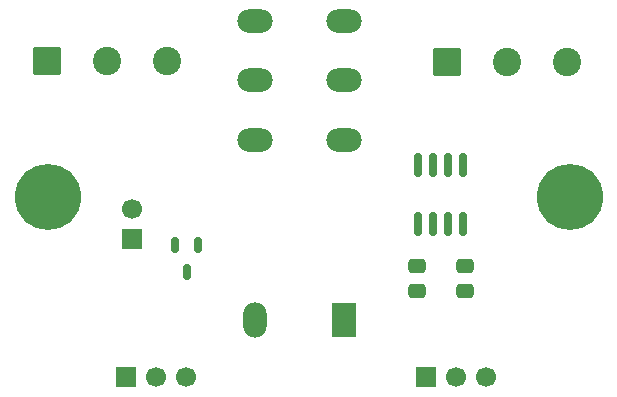
<source format=gbr>
%TF.GenerationSoftware,KiCad,Pcbnew,9.0.3*%
%TF.CreationDate,2025-12-07T20:19:00-06:00*%
%TF.ProjectId,AmmeterRelays,416d6d65-7465-4725-9265-6c6179732e6b,rev?*%
%TF.SameCoordinates,Original*%
%TF.FileFunction,Soldermask,Top*%
%TF.FilePolarity,Negative*%
%FSLAX46Y46*%
G04 Gerber Fmt 4.6, Leading zero omitted, Abs format (unit mm)*
G04 Created by KiCad (PCBNEW 9.0.3) date 2025-12-07 20:19:00*
%MOMM*%
%LPD*%
G01*
G04 APERTURE LIST*
G04 Aperture macros list*
%AMRoundRect*
0 Rectangle with rounded corners*
0 $1 Rounding radius*
0 $2 $3 $4 $5 $6 $7 $8 $9 X,Y pos of 4 corners*
0 Add a 4 corners polygon primitive as box body*
4,1,4,$2,$3,$4,$5,$6,$7,$8,$9,$2,$3,0*
0 Add four circle primitives for the rounded corners*
1,1,$1+$1,$2,$3*
1,1,$1+$1,$4,$5*
1,1,$1+$1,$6,$7*
1,1,$1+$1,$8,$9*
0 Add four rect primitives between the rounded corners*
20,1,$1+$1,$2,$3,$4,$5,0*
20,1,$1+$1,$4,$5,$6,$7,0*
20,1,$1+$1,$6,$7,$8,$9,0*
20,1,$1+$1,$8,$9,$2,$3,0*%
G04 Aperture macros list end*
%ADD10R,1.700000X1.700000*%
%ADD11C,1.700000*%
%ADD12RoundRect,0.250001X-0.949999X-0.949999X0.949999X-0.949999X0.949999X0.949999X-0.949999X0.949999X0*%
%ADD13C,2.400000*%
%ADD14O,3.000000X2.000000*%
%ADD15R,2.000000X3.000000*%
%ADD16O,2.000000X3.000000*%
%ADD17C,3.600000*%
%ADD18C,5.600000*%
%ADD19RoundRect,0.150000X-0.150000X0.825000X-0.150000X-0.825000X0.150000X-0.825000X0.150000X0.825000X0*%
%ADD20RoundRect,0.250000X0.475000X-0.337500X0.475000X0.337500X-0.475000X0.337500X-0.475000X-0.337500X0*%
%ADD21RoundRect,0.150000X-0.150000X0.512500X-0.150000X-0.512500X0.150000X-0.512500X0.150000X0.512500X0*%
%ADD22RoundRect,0.250000X-0.475000X0.337500X-0.475000X-0.337500X0.475000X-0.337500X0.475000X0.337500X0*%
G04 APERTURE END LIST*
D10*
%TO.C,JP1*%
X74168000Y-59436000D03*
D11*
X74168000Y-56896000D03*
%TD*%
D12*
%TO.C,J5*%
X67010000Y-44346500D03*
D13*
X72090000Y-44346500D03*
X77170000Y-44346500D03*
%TD*%
D14*
%TO.C,K1*%
X92142000Y-45952000D03*
X92142000Y-50992000D03*
X92142000Y-40912000D03*
X84642000Y-45952000D03*
X84642000Y-50992000D03*
X84642000Y-40912000D03*
D15*
X92142000Y-66252000D03*
D16*
X84642000Y-66252000D03*
%TD*%
D17*
%TO.C,H1*%
X67056000Y-55880000D03*
D18*
X67056000Y-55880000D03*
%TD*%
D19*
%TO.C,U1*%
X102235000Y-53151000D03*
X100965000Y-53151000D03*
X99695000Y-53151000D03*
X98425000Y-53151000D03*
X98425000Y-58101000D03*
X99695000Y-58101000D03*
X100965000Y-58101000D03*
X102235000Y-58101000D03*
%TD*%
D20*
%TO.C,C1*%
X98298000Y-63775500D03*
X98298000Y-61700500D03*
%TD*%
D10*
%TO.C,J2*%
X73660000Y-71120000D03*
D11*
X76200000Y-71120000D03*
X78740000Y-71120000D03*
%TD*%
D17*
%TO.C,H2*%
X111252000Y-55880000D03*
D18*
X111252000Y-55880000D03*
%TD*%
D10*
%TO.C,J3*%
X99060000Y-71120000D03*
D11*
X101600000Y-71120000D03*
X104140000Y-71120000D03*
%TD*%
D21*
%TO.C,Q1*%
X79756000Y-59944000D03*
X77856000Y-59944000D03*
X78806000Y-62219000D03*
%TD*%
D12*
%TO.C,J1*%
X100838000Y-44450000D03*
D13*
X105918000Y-44450000D03*
X110998000Y-44450000D03*
%TD*%
D22*
%TO.C,C2*%
X102362000Y-61700500D03*
X102362000Y-63775500D03*
%TD*%
M02*

</source>
